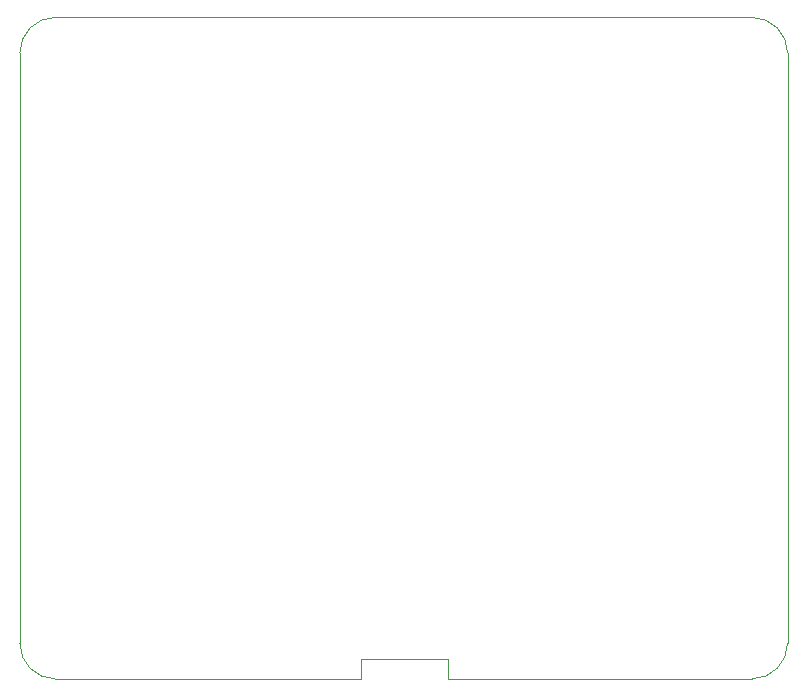
<source format=gbr>
G04 #@! TF.GenerationSoftware,KiCad,Pcbnew,5.0.0-fee4fd1~66~ubuntu18.04.1*
G04 #@! TF.CreationDate,2018-10-18T09:36:57+01:00*
G04 #@! TF.ProjectId,DDS-hat,4444532D6861742E6B696361645F7063,rev?*
G04 #@! TF.SameCoordinates,Original*
G04 #@! TF.FileFunction,Profile,NP*
%FSLAX46Y46*%
G04 Gerber Fmt 4.6, Leading zero omitted, Abs format (unit mm)*
G04 Created by KiCad (PCBNEW 5.0.0-fee4fd1~66~ubuntu18.04.1) date Thu Oct 18 09:36:57 2018*
%MOMM*%
%LPD*%
G01*
G04 APERTURE LIST*
%ADD10C,0.100000*%
G04 APERTURE END LIST*
D10*
X114830000Y-116820000D02*
X140546356Y-116817611D01*
X107400000Y-115110000D02*
X107400000Y-116817611D01*
X114830000Y-115110000D02*
X114830000Y-116817611D01*
X107400000Y-115110000D02*
X114830000Y-115110000D01*
X78546356Y-63817611D02*
X78546356Y-113817611D01*
X78546356Y-63817611D02*
G75*
G02X81546356Y-60817611I3000000J0D01*
G01*
X140546356Y-60817611D02*
X81546356Y-60817611D01*
X140546356Y-60817611D02*
G75*
G02X143546356Y-63817611I0J-3000000D01*
G01*
X143546356Y-113817611D02*
X143546356Y-63817611D01*
X81546356Y-116817611D02*
G75*
G02X78546356Y-113817611I0J3000000D01*
G01*
X81546356Y-116817611D02*
X107400000Y-116820000D01*
X143546351Y-113822847D02*
G75*
G02X140546356Y-116817611I-2999995J5236D01*
G01*
M02*

</source>
